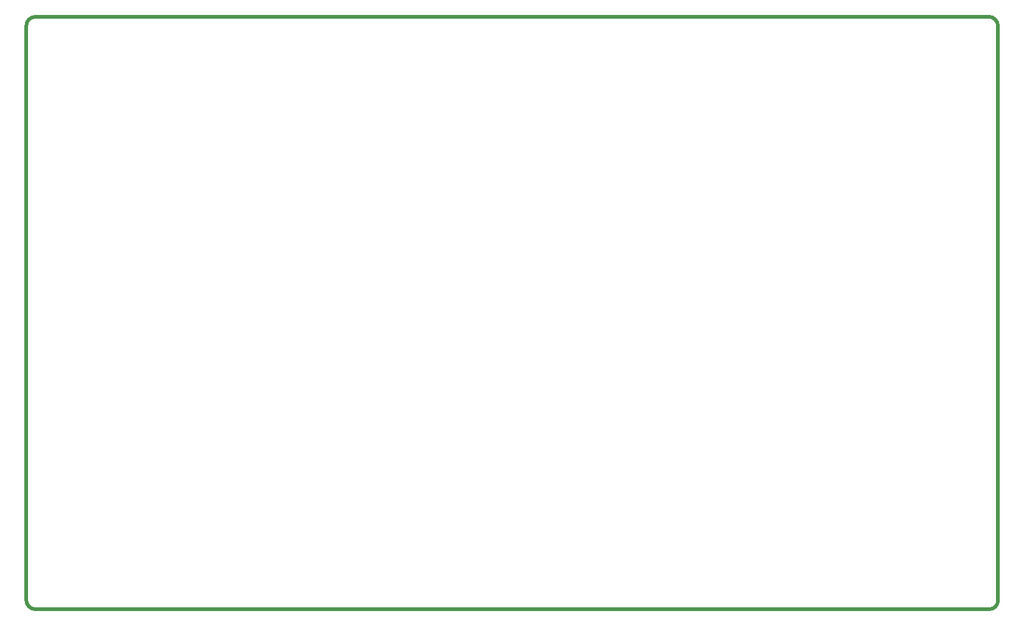
<source format=gko>
G04*
G04 #@! TF.GenerationSoftware,Altium Limited,Altium Designer,18.1.6 (161)*
G04*
G04 Layer_Color=16711935*
%FSTAX24Y24*%
%MOIN*%
G70*
G01*
G75*
%ADD18C,0.0197*%
D18*
X01066Y01889D02*
G03*
X01116Y01839I0005J0D01*
G01*
Y0501D02*
G03*
X01066Y0496I0J-0005D01*
G01*
X06263D02*
G03*
X06213Y0501I-0005J0D01*
G01*
X06217Y01839D02*
G03*
X06263Y01885I0J00046D01*
G01*
X01066Y01889D02*
Y01926D01*
X01116Y01839D02*
X01153D01*
X01066Y01926D02*
Y04933D01*
X01153Y01839D02*
X06217D01*
X01116Y0501D02*
X01143D01*
X01066Y04933D02*
Y0496D01*
X01143Y0501D02*
X06213D01*
X06263Y01885D02*
Y0496D01*
M02*

</source>
